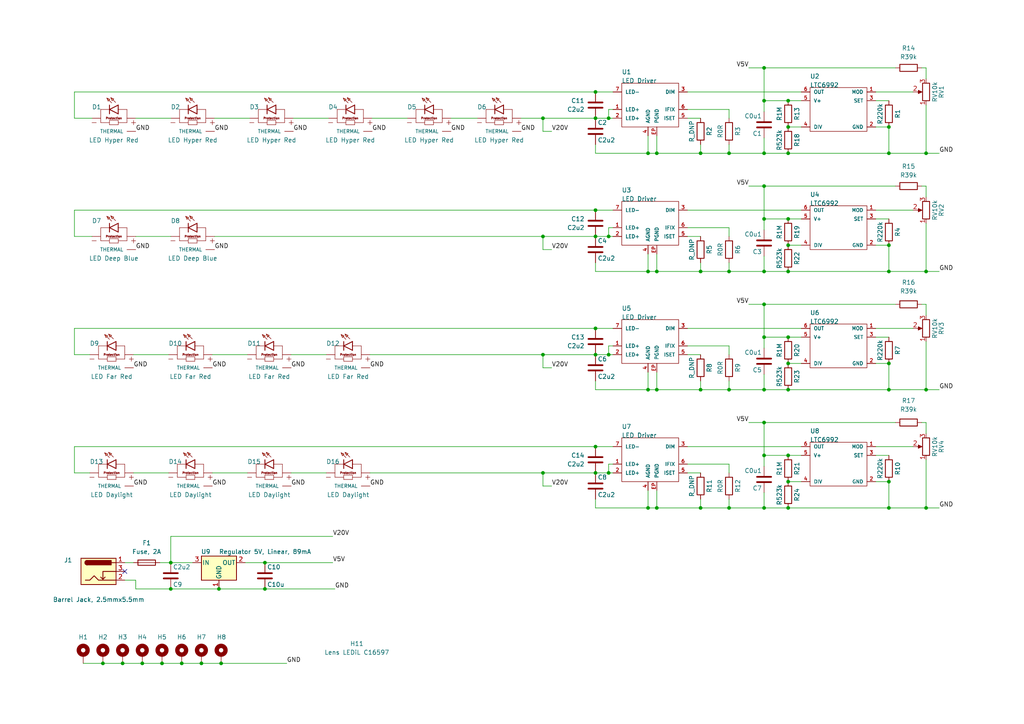
<source format=kicad_sch>
(kicad_sch (version 20211123) (generator eeschema)
  (paper "A4")
  (junction (at 172.72 68.58))
  (junction (at 268.605 78.74))
  (junction (at 228.6 44.45))
  (junction (at 29.845 192.405))
  (junction (at 190.5 147.32))
  (junction (at 268.605 147.32))
  (junction (at 76.835 170.815))
  (junction (at 268.605 44.45))
  (junction (at 221.615 132.08))
  (junction (at 58.42 192.405))
  (junction (at 187.96 78.74))
  (junction (at 257.81 78.74))
  (junction (at 76.835 163.195))
  (junction (at 221.615 147.32))
  (junction (at 211.455 44.45))
  (junction (at 228.6 63.5))
  (junction (at 46.99 192.405))
  (junction (at 41.275 192.405))
  (junction (at 49.53 170.815))
  (junction (at 176.53 68.58))
  (junction (at 35.56 192.405))
  (junction (at 211.455 78.74))
  (junction (at 203.2 147.32))
  (junction (at 172.72 102.87))
  (junction (at 172.72 95.25))
  (junction (at 211.455 147.32))
  (junction (at 203.2 78.74))
  (junction (at 257.81 113.03))
  (junction (at 228.6 132.08))
  (junction (at 221.615 63.5))
  (junction (at 157.48 68.58))
  (junction (at 64.135 192.405))
  (junction (at 257.81 139.7))
  (junction (at 228.6 97.79))
  (junction (at 221.615 44.45))
  (junction (at 63.5 170.815))
  (junction (at 228.6 78.74))
  (junction (at 228.6 36.83))
  (junction (at 176.53 34.29))
  (junction (at 257.81 147.32))
  (junction (at 268.605 113.03))
  (junction (at 228.6 29.21))
  (junction (at 257.81 71.12))
  (junction (at 228.6 71.12))
  (junction (at 228.6 139.7))
  (junction (at 221.615 78.74))
  (junction (at 190.5 113.03))
  (junction (at 176.53 102.87))
  (junction (at 221.615 29.21))
  (junction (at 257.81 105.41))
  (junction (at 221.615 53.975))
  (junction (at 203.2 113.03))
  (junction (at 221.615 88.265))
  (junction (at 221.615 19.685))
  (junction (at 187.96 113.03))
  (junction (at 187.96 147.32))
  (junction (at 228.6 147.32))
  (junction (at 172.72 34.29))
  (junction (at 172.72 60.96))
  (junction (at 176.53 137.16))
  (junction (at 203.2 44.45))
  (junction (at 157.48 137.16))
  (junction (at 190.5 44.45))
  (junction (at 221.615 113.03))
  (junction (at 172.72 129.54))
  (junction (at 211.455 113.03))
  (junction (at 157.48 34.29))
  (junction (at 187.96 44.45))
  (junction (at 49.53 163.195))
  (junction (at 228.6 113.03))
  (junction (at 172.72 137.16))
  (junction (at 52.705 192.405))
  (junction (at 221.615 97.79))
  (junction (at 190.5 78.74))
  (junction (at 257.81 44.45))
  (junction (at 157.48 102.87))
  (junction (at 221.615 122.555))
  (junction (at 228.6 105.41))
  (junction (at 257.81 36.83))
  (junction (at 172.72 26.67))
  (no_connect (at 36.195 165.735))
  (wire (pts (xy 64.135 192.405) (xy 83.185 192.405)))
  (wire (pts (xy 203.2 41.91) (xy 203.2 44.45)))
  (wire (pts (xy 49.53 163.195) (xy 55.88 163.195)))
  (wire (pts (xy 157.48 68.58) (xy 172.72 68.58)))
  (wire (pts (xy 190.5 147.32) (xy 187.96 147.32)))
  (wire (pts (xy 71.12 163.195) (xy 76.835 163.195)))
  (wire (pts (xy 176.53 34.29) (xy 177.8 34.29)))
  (wire (pts (xy 254 129.54) (xy 264.795 129.54)))
  (wire (pts (xy 176.53 34.29) (xy 176.53 31.75)))
  (wire (pts (xy 52.705 192.405) (xy 58.42 192.405)))
  (wire (pts (xy 211.455 78.74) (xy 221.615 78.74)))
  (wire (pts (xy 187.96 73.66) (xy 187.96 78.74)))
  (wire (pts (xy 221.615 108.585) (xy 221.615 113.03)))
  (wire (pts (xy 172.72 26.67) (xy 177.8 26.67)))
  (wire (pts (xy 176.53 68.58) (xy 176.53 66.04)))
  (wire (pts (xy 228.6 97.79) (xy 232.41 97.79)))
  (wire (pts (xy 221.615 135.255) (xy 221.615 132.08)))
  (wire (pts (xy 160.02 72.39) (xy 157.48 72.39)))
  (wire (pts (xy 221.615 97.79) (xy 228.6 97.79)))
  (wire (pts (xy 61.595 102.87) (xy 71.755 102.87)))
  (wire (pts (xy 221.615 88.265) (xy 221.615 97.79)))
  (wire (pts (xy 76.835 163.195) (xy 96.52 163.195)))
  (wire (pts (xy 172.72 68.58) (xy 176.53 68.58)))
  (wire (pts (xy 257.81 44.45) (xy 268.605 44.45)))
  (wire (pts (xy 190.5 73.66) (xy 190.5 78.74)))
  (wire (pts (xy 157.48 137.16) (xy 172.72 137.16)))
  (wire (pts (xy 199.39 31.75) (xy 211.455 31.75)))
  (wire (pts (xy 176.53 100.33) (xy 177.8 100.33)))
  (wire (pts (xy 221.615 40.005) (xy 221.615 44.45)))
  (wire (pts (xy 187.96 113.03) (xy 190.5 113.03)))
  (wire (pts (xy 172.72 144.78) (xy 172.72 147.32)))
  (wire (pts (xy 199.39 137.16) (xy 203.2 137.16)))
  (wire (pts (xy 221.615 147.32) (xy 211.455 147.32)))
  (wire (pts (xy 39.37 170.815) (xy 39.37 168.275)))
  (wire (pts (xy 49.53 170.815) (xy 39.37 170.815)))
  (wire (pts (xy 254 36.83) (xy 257.81 36.83)))
  (wire (pts (xy 221.615 44.45) (xy 228.6 44.45)))
  (wire (pts (xy 172.72 44.45) (xy 187.96 44.45)))
  (wire (pts (xy 157.48 106.68) (xy 157.48 102.87)))
  (wire (pts (xy 221.615 29.21) (xy 228.6 29.21)))
  (wire (pts (xy 259.715 122.555) (xy 221.615 122.555)))
  (wire (pts (xy 268.605 91.44) (xy 268.605 88.265)))
  (wire (pts (xy 176.53 102.87) (xy 177.8 102.87)))
  (wire (pts (xy 211.455 76.2) (xy 211.455 78.74)))
  (wire (pts (xy 61.595 137.16) (xy 71.755 137.16)))
  (wire (pts (xy 199.39 129.54) (xy 232.41 129.54)))
  (wire (pts (xy 203.2 76.2) (xy 203.2 78.74)))
  (wire (pts (xy 228.6 132.08) (xy 232.41 132.08)))
  (wire (pts (xy 176.53 66.04) (xy 177.8 66.04)))
  (wire (pts (xy 157.48 72.39) (xy 157.48 68.58)))
  (wire (pts (xy 268.605 19.685) (xy 268.605 22.86)))
  (wire (pts (xy 268.605 44.45) (xy 272.415 44.45)))
  (wire (pts (xy 21.59 129.54) (xy 172.72 129.54)))
  (wire (pts (xy 190.5 107.95) (xy 190.5 113.03)))
  (wire (pts (xy 199.39 26.67) (xy 232.41 26.67)))
  (wire (pts (xy 26.67 68.58) (xy 21.59 68.58)))
  (wire (pts (xy 217.17 19.685) (xy 221.615 19.685)))
  (wire (pts (xy 257.81 105.41) (xy 257.81 113.03)))
  (wire (pts (xy 221.615 63.5) (xy 221.615 53.975)))
  (wire (pts (xy 41.275 192.405) (xy 46.99 192.405)))
  (wire (pts (xy 254 63.5) (xy 257.81 63.5)))
  (wire (pts (xy 221.615 63.5) (xy 228.6 63.5)))
  (wire (pts (xy 157.48 34.29) (xy 172.72 34.29)))
  (wire (pts (xy 257.81 36.83) (xy 257.81 44.45)))
  (wire (pts (xy 157.48 102.87) (xy 172.72 102.87)))
  (wire (pts (xy 254 97.79) (xy 257.81 97.79)))
  (wire (pts (xy 221.615 132.08) (xy 228.6 132.08)))
  (wire (pts (xy 254 26.67) (xy 264.795 26.67)))
  (wire (pts (xy 21.59 34.29) (xy 21.59 26.67)))
  (wire (pts (xy 221.615 97.79) (xy 221.615 100.965)))
  (wire (pts (xy 268.605 30.48) (xy 268.605 44.45)))
  (wire (pts (xy 228.6 147.32) (xy 257.81 147.32)))
  (wire (pts (xy 268.605 147.32) (xy 268.605 133.35)))
  (wire (pts (xy 268.605 53.975) (xy 268.605 57.15)))
  (wire (pts (xy 35.56 192.405) (xy 41.275 192.405)))
  (wire (pts (xy 46.99 192.405) (xy 52.705 192.405)))
  (wire (pts (xy 36.195 168.275) (xy 39.37 168.275)))
  (wire (pts (xy 85.09 34.29) (xy 95.25 34.29)))
  (wire (pts (xy 217.17 53.975) (xy 221.615 53.975)))
  (wire (pts (xy 254 139.7) (xy 257.81 139.7)))
  (wire (pts (xy 228.6 44.45) (xy 257.81 44.45)))
  (wire (pts (xy 221.615 74.295) (xy 221.615 78.74)))
  (wire (pts (xy 228.6 78.74) (xy 257.81 78.74)))
  (wire (pts (xy 190.5 142.24) (xy 190.5 147.32)))
  (wire (pts (xy 76.835 170.815) (xy 63.5 170.815)))
  (wire (pts (xy 84.455 102.87) (xy 94.615 102.87)))
  (wire (pts (xy 176.53 137.16) (xy 177.8 137.16)))
  (wire (pts (xy 172.72 129.54) (xy 177.8 129.54)))
  (wire (pts (xy 172.72 95.25) (xy 177.8 95.25)))
  (wire (pts (xy 267.335 122.555) (xy 268.605 122.555)))
  (wire (pts (xy 268.605 78.74) (xy 268.605 64.77)))
  (wire (pts (xy 187.96 142.24) (xy 187.96 147.32)))
  (wire (pts (xy 254 29.21) (xy 257.81 29.21)))
  (wire (pts (xy 211.455 144.78) (xy 211.455 147.32)))
  (wire (pts (xy 254 105.41) (xy 257.81 105.41)))
  (wire (pts (xy 268.605 88.265) (xy 267.335 88.265)))
  (wire (pts (xy 190.5 39.37) (xy 190.5 44.45)))
  (wire (pts (xy 203.2 147.32) (xy 190.5 147.32)))
  (wire (pts (xy 257.81 139.7) (xy 257.81 147.32)))
  (wire (pts (xy 172.72 41.91) (xy 172.72 44.45)))
  (wire (pts (xy 221.615 19.685) (xy 259.715 19.685)))
  (wire (pts (xy 21.59 68.58) (xy 21.59 60.96)))
  (wire (pts (xy 107.95 34.29) (xy 118.11 34.29)))
  (wire (pts (xy 29.845 192.405) (xy 35.56 192.405)))
  (wire (pts (xy 130.81 34.29) (xy 138.43 34.29)))
  (wire (pts (xy 203.2 78.74) (xy 211.455 78.74)))
  (wire (pts (xy 221.615 53.975) (xy 259.715 53.975)))
  (wire (pts (xy 190.5 78.74) (xy 203.2 78.74)))
  (wire (pts (xy 177.8 134.62) (xy 176.53 134.62)))
  (wire (pts (xy 176.53 68.58) (xy 177.8 68.58)))
  (wire (pts (xy 21.59 95.25) (xy 172.72 95.25)))
  (wire (pts (xy 221.615 29.21) (xy 221.615 19.685)))
  (wire (pts (xy 160.02 106.68) (xy 157.48 106.68)))
  (wire (pts (xy 268.605 113.03) (xy 268.605 99.06)))
  (wire (pts (xy 257.81 147.32) (xy 268.605 147.32)))
  (wire (pts (xy 221.615 122.555) (xy 221.615 132.08)))
  (wire (pts (xy 21.59 60.96) (xy 172.72 60.96)))
  (wire (pts (xy 199.39 34.29) (xy 203.2 34.29)))
  (wire (pts (xy 257.81 78.74) (xy 268.605 78.74)))
  (wire (pts (xy 76.835 170.815) (xy 97.155 170.815)))
  (wire (pts (xy 199.39 66.04) (xy 211.455 66.04)))
  (wire (pts (xy 199.39 68.58) (xy 203.2 68.58)))
  (wire (pts (xy 39.37 68.58) (xy 49.53 68.58)))
  (wire (pts (xy 187.96 44.45) (xy 190.5 44.45)))
  (wire (pts (xy 228.6 147.32) (xy 221.615 147.32)))
  (wire (pts (xy 187.96 78.74) (xy 190.5 78.74)))
  (wire (pts (xy 203.2 144.78) (xy 203.2 147.32)))
  (wire (pts (xy 190.5 44.45) (xy 203.2 44.45)))
  (wire (pts (xy 228.6 139.7) (xy 232.41 139.7)))
  (wire (pts (xy 221.615 113.03) (xy 228.6 113.03)))
  (wire (pts (xy 176.53 102.87) (xy 176.53 100.33)))
  (wire (pts (xy 228.6 105.41) (xy 232.41 105.41)))
  (wire (pts (xy 257.81 71.12) (xy 257.81 78.74)))
  (wire (pts (xy 62.23 34.29) (xy 72.39 34.29)))
  (wire (pts (xy 254 132.08) (xy 257.81 132.08)))
  (wire (pts (xy 211.455 110.49) (xy 211.455 113.03)))
  (wire (pts (xy 211.455 147.32) (xy 203.2 147.32)))
  (wire (pts (xy 267.335 19.685) (xy 268.605 19.685)))
  (wire (pts (xy 221.615 66.675) (xy 221.615 63.5)))
  (wire (pts (xy 268.605 78.74) (xy 272.415 78.74)))
  (wire (pts (xy 21.59 102.87) (xy 26.035 102.87)))
  (wire (pts (xy 39.37 34.29) (xy 49.53 34.29)))
  (wire (pts (xy 151.13 34.29) (xy 157.48 34.29)))
  (wire (pts (xy 62.23 68.58) (xy 157.48 68.58)))
  (wire (pts (xy 268.605 113.03) (xy 272.415 113.03)))
  (wire (pts (xy 199.39 60.96) (xy 232.41 60.96)))
  (wire (pts (xy 211.455 134.62) (xy 211.455 137.16)))
  (wire (pts (xy 21.59 26.67) (xy 172.72 26.67)))
  (wire (pts (xy 203.2 113.03) (xy 211.455 113.03)))
  (wire (pts (xy 199.39 134.62) (xy 211.455 134.62)))
  (wire (pts (xy 187.96 147.32) (xy 172.72 147.32)))
  (wire (pts (xy 160.02 140.97) (xy 157.48 140.97)))
  (wire (pts (xy 172.72 102.87) (xy 176.53 102.87)))
  (wire (pts (xy 267.335 53.975) (xy 268.605 53.975)))
  (wire (pts (xy 187.96 39.37) (xy 187.96 44.45)))
  (wire (pts (xy 172.72 113.03) (xy 187.96 113.03)))
  (wire (pts (xy 157.48 140.97) (xy 157.48 137.16)))
  (wire (pts (xy 211.455 31.75) (xy 211.455 34.29)))
  (wire (pts (xy 172.72 137.16) (xy 176.53 137.16)))
  (wire (pts (xy 211.455 41.91) (xy 211.455 44.45)))
  (wire (pts (xy 176.53 134.62) (xy 176.53 137.16)))
  (wire (pts (xy 228.6 29.21) (xy 232.41 29.21)))
  (wire (pts (xy 172.72 76.2) (xy 172.72 78.74)))
  (wire (pts (xy 228.6 63.5) (xy 232.41 63.5)))
  (wire (pts (xy 160.02 38.1) (xy 157.48 38.1)))
  (wire (pts (xy 203.2 110.49) (xy 203.2 113.03)))
  (wire (pts (xy 211.455 113.03) (xy 221.615 113.03)))
  (wire (pts (xy 221.615 142.875) (xy 221.615 147.32)))
  (wire (pts (xy 172.72 78.74) (xy 187.96 78.74)))
  (wire (pts (xy 190.5 113.03) (xy 203.2 113.03)))
  (wire (pts (xy 221.615 78.74) (xy 228.6 78.74)))
  (wire (pts (xy 49.53 155.575) (xy 49.53 163.195)))
  (wire (pts (xy 268.605 147.32) (xy 272.415 147.32)))
  (wire (pts (xy 217.17 88.265) (xy 221.615 88.265)))
  (wire (pts (xy 199.39 100.33) (xy 211.455 100.33)))
  (wire (pts (xy 268.605 122.555) (xy 268.605 125.73)))
  (wire (pts (xy 228.6 36.83) (xy 232.41 36.83)))
  (wire (pts (xy 228.6 113.03) (xy 257.81 113.03)))
  (wire (pts (xy 228.6 71.12) (xy 232.41 71.12)))
  (wire (pts (xy 254 95.25) (xy 264.795 95.25)))
  (wire (pts (xy 172.72 60.96) (xy 177.8 60.96)))
  (wire (pts (xy 21.59 95.25) (xy 21.59 102.87)))
  (wire (pts (xy 211.455 44.45) (xy 221.615 44.45)))
  (wire (pts (xy 21.59 137.16) (xy 26.035 137.16)))
  (wire (pts (xy 172.72 34.29) (xy 176.53 34.29)))
  (wire (pts (xy 21.59 137.16) (xy 21.59 129.54)))
  (wire (pts (xy 217.17 122.555) (xy 221.615 122.555)))
  (wire (pts (xy 199.39 102.87) (xy 203.2 102.87)))
  (wire (pts (xy 36.195 163.195) (xy 38.735 163.195)))
  (wire (pts (xy 254 60.96) (xy 264.795 60.96)))
  (wire (pts (xy 96.52 155.575) (xy 49.53 155.575)))
  (wire (pts (xy 187.96 107.95) (xy 187.96 113.03)))
  (wire (pts (xy 38.735 137.16) (xy 48.895 137.16)))
  (wire (pts (xy 38.735 102.87) (xy 48.895 102.87)))
  (wire (pts (xy 211.455 100.33) (xy 211.455 102.87)))
  (wire (pts (xy 254 71.12) (xy 257.81 71.12)))
  (wire (pts (xy 26.67 34.29) (xy 21.59 34.29)))
  (wire (pts (xy 172.72 110.49) (xy 172.72 113.03)))
  (wire (pts (xy 259.715 88.265) (xy 221.615 88.265)))
  (wire (pts (xy 107.315 102.87) (xy 157.48 102.87)))
  (wire (pts (xy 257.81 113.03) (xy 268.605 113.03)))
  (wire (pts (xy 107.315 137.16) (xy 157.48 137.16)))
  (wire (pts (xy 199.39 95.25) (xy 232.41 95.25)))
  (wire (pts (xy 221.615 29.21) (xy 221.615 32.385)))
  (wire (pts (xy 84.455 137.16) (xy 94.615 137.16)))
  (wire (pts (xy 203.2 44.45) (xy 211.455 44.45)))
  (wire (pts (xy 211.455 66.04) (xy 211.455 68.58)))
  (wire (pts (xy 46.355 163.195) (xy 49.53 163.195)))
  (wire (pts (xy 157.48 38.1) (xy 157.48 34.29)))
  (wire (pts (xy 58.42 192.405) (xy 64.135 192.405)))
  (wire (pts (xy 63.5 170.815) (xy 49.53 170.815)))
  (wire (pts (xy 176.53 31.75) (xy 177.8 31.75)))
  (wire (pts (xy 24.13 192.405) (xy 29.845 192.405)))
  (label "GND" (at 83.185 192.405 0))
  (label "GND" (at 130.81 38.1 0))
  (label "GND" (at 107.315 140.97 0))
  (label "GND" (at 62.23 38.1 0))
  (label "V20V" (at 160.02 106.68 0))
  (label "GND" (at 61.595 106.68 0))
  (label "GND" (at 38.735 106.68 0))
  (label "GND" (at 107.315 106.68 0))
  (label "GND" (at 272.415 147.32 0))
  (label "GND" (at 272.415 78.74 0))
  (label "GND" (at 84.455 140.97 0))
  (label "V20V" (at 96.52 155.575 0))
  (label "GND" (at 272.415 113.03 0))
  (label "V5V" (at 217.17 122.555 180))
  (label "GND" (at 62.23 72.39 0))
  (label "V5V" (at 217.17 19.685 180))
  (label "V5V" (at 96.52 163.195 0))
  (label "V20V" (at 160.02 72.39 0))
  (label "GND" (at 151.13 38.1 0))
  (label "GND" (at 38.735 140.97 0))
  (label "GND" (at 97.155 170.815 0))
  (label "GND" (at 39.37 38.1 0))
  (label "GND" (at 39.37 72.39 0))
  (label "V5V" (at 217.17 88.265 180))
  (label "GND" (at 107.95 38.1 0))
  (label "V20V" (at 160.02 140.97 0))
  (label "GND" (at 84.455 106.68 0))
  (label "V5V" (at 217.222 53.975 180))
  (label "V20V" (at 160.02 38.1 0))
  (label "GND" (at 85.09 38.1 0))
  (label "GND" (at 61.595 140.97 0))
  (label "GND" (at 272.415 44.45 0))
  (symbol (lib_id "horticulture_panel:C2u2") (at 172.72 72.39 0) (unit 1)
    (property "Reference" "C4" (at 173.355 69.85 0) (effects (justify left)))
    (property "Value" "C2u2" (at 173.355 74.93 0) (effects (justify left)))
    (property "Footprint" "horticulture_panel:C1210" (effects hide))
    (property "Datasheet" "http://weblib.samsungsem.com/mlcc/mlcc-ec-data-sheet.do?partNumber=CL32B225KCJSNN" (effects hide))
    (property "MPN" "CL32B225KCJSNNE" (effects hide))
    (property "Manufacturer" "Samsung" (effects hide))
  )
  (symbol (lib_name "LED Daylight_2") (lib_id "horticulture_panel:LED Daylight") (at 78.105 137.16 0) (unit 1)
    (property "Reference" "D15" (at 71.755 134.62 0) (effects (justify left bottom)))
    (property "Value" "LED Daylight" (at 78.105 143.51 0))
    (property "Footprint" "horticulture_panel:Wurth Elektronik 3535 LED" (effects hide))
    (property "Datasheet" "https://www.we-online.com/catalog/datasheet/158353050.pdf" (effects hide))
    (property "MPN" "158353050" (effects hide))
    (property "Manufacturer" "Wurth Elektronik" (effects hide))
  )
  (symbol (lib_name "LTC6992_2") (lib_id "horticulture_panel:LTC6992") (at 243.84 100.33 0) (unit 1)
    (property "Reference" "U6" (at 234.95 91.44 0) (effects (justify left bottom)))
    (property "Value" "LTC6992" (at 234.95 93.98 0) (effects (justify left bottom)))
    (property "Footprint" "horticulture_panel:SOT-23-6" (effects hide))
    (property "Datasheet" "https://www.analog.com/media/en/technical-documentation/data-sheets/LTC6992-1-6992-2-6992-3-6992-4.pdf" (effects hide))
    (property "MPN" "LTC6992" (effects hide))
    (property "Manufacturer" "Analog Devices" (effects hide))
  )
  (symbol (lib_name "LED Far Red_3") (lib_id "horticulture_panel:LED Far Red") (at 100.965 102.87 0) (unit 1)
    (property "Reference" "D12" (at 94.615 100.33 0) (effects (justify left bottom)))
    (property "Value" "LED Far Red" (at 100.965 109.22 0))
    (property "Footprint" "horticulture_panel:Wurth Elektronik 3535 LED" (effects hide))
    (property "Datasheet" "https://www.we-online.com/catalog/datasheet/150353FS74500.pdf" (effects hide))
    (property "MPN" "150353FS74500" (effects hide))
    (property "Manufacturer" "Wurth Elektronik" (effects hide))
  )
  (symbol (lib_id "horticulture_panel:Barrel Jack, 2.5mmx5.5mm") (at 28.575 165.735 0) (unit 1)
    (property "Reference" "J1" (at 20.955 163.195 0) (effects (justify right bottom)))
    (property "Value" "Barrel Jack, 2.5mmx5.5mm" (at 41.91 174.625 0) (effects (justify right bottom)))
    (property "Footprint" "horticulture_panel:CUI PJ-036BH" (effects hide))
    (property "Datasheet" "https://www.cuidevices.com/product/resource/pj-036bh-smt-tr.pdf" (effects hide))
    (property "MPN" "PJ-036BH-SMT-TR " (effects hide))
    (property "Manufacturer" "CUI Devices" (effects hide))
  )
  (symbol (lib_id "horticulture_panel:R0R") (at 211.455 140.97 0) (unit 1)
    (property "Reference" "R12" (at 213.995 140.97 90))
    (property "Value" "R0R" (at 208.915 140.97 90))
    (property "Footprint" "horticulture_panel:R0805" (effects hide))
    (property "Datasheet" "https://www.seielect.com/catalog/sei-rmcf_rmcp.pdf" (effects hide))
    (property "MPN" "RMCF0805ZT0R00" (effects hide))
    (property "Manufacturer" "Stackpole Electronics" (effects hide))
  )
  (symbol (lib_id "horticulture_panel:Mounting Hole") (at 24.13 189.865 0) (unit 1)
    (property "Reference" "H1" (at 24.13 184.785 0))
    (property "Value" "Mounting Hole" (effects hide))
    (property "Footprint" "horticulture_panel:Mounting Hole #4" (effects hide))
  )
  (symbol (lib_id "horticulture_panel:R1M") (at 228.6 101.6 0) (unit 1)
    (property "Reference" "R20" (at 231.14 101.6 90))
    (property "Value" "R1M" (at 226.06 101.6 90))
    (property "Footprint" "horticulture_panel:R0805" (effects hide))
    (property "Datasheet" "https://www.seielect.com/catalog/sei-rmcf_rmcp.pdf" (effects hide))
    (property "MPN" "RMCF0805JT1M00" (effects hide))
    (property "Manufacturer" "Stackpole Electronics" (effects hide))
  )
  (symbol (lib_name "LED Hyper Red_5") (lib_id "horticulture_panel:LED Hyper Red") (at 33.02 34.29 0) (unit 1)
    (property "Reference" "D1" (at 26.67 31.75 0) (effects (justify left bottom)))
    (property "Value" "LED Hyper Red" (at 33.02 40.64 0))
    (property "Footprint" "horticulture_panel:Wurth Elektronik 3535 LED" (effects hide))
    (property "Datasheet" "https://www.we-online.com/catalog/datasheet/150353HS74500.pdf" (effects hide))
    (property "MPN" "150353HS74500" (effects hide))
    (property "Manufacturer" "Wurth Elektronik" (effects hide))
  )
  (symbol (lib_id "horticulture_panel:C0u1") (at 221.615 36.195 180) (unit 1)
    (property "Reference" "C1" (at 220.98 38.735 0) (effects (justify left)))
    (property "Value" "C0u1" (at 220.98 33.655 0) (effects (justify left)))
    (property "Footprint" "horticulture_panel:C0805" (effects hide))
    (property "MPN" "CL21B104KBCNNNC" (effects hide))
    (property "Manufacturer" "Samsung" (effects hide))
  )
  (symbol (lib_id "horticulture_panel:Mounting Hole") (at 41.275 189.865 0) (unit 1)
    (property "Reference" "H4" (at 41.275 184.785 0))
    (property "Value" "Mounting Hole" (effects hide))
    (property "Footprint" "horticulture_panel:Mounting Hole #4" (effects hide))
  )
  (symbol (lib_id "horticulture_panel:Mounting Hole") (at 29.845 189.865 0) (unit 1)
    (property "Reference" "H2" (at 29.845 184.785 0))
    (property "Value" "Mounting Hole" (effects hide))
    (property "Footprint" "horticulture_panel:Mounting Hole #4" (effects hide))
  )
  (symbol (lib_id "horticulture_panel:LED Hyper Red") (at 55.88 34.29 0) (unit 1)
    (property "Reference" "D2" (at 49.53 31.75 0) (effects (justify left bottom)))
    (property "Value" "LED Hyper Red" (at 55.88 40.64 0))
    (property "Footprint" "horticulture_panel:Wurth Elektronik 3535 LED" (effects hide))
    (property "Datasheet" "https://www.we-online.com/catalog/datasheet/150353HS74500.pdf" (effects hide))
    (property "MPN" "150353HS74500" (effects hide))
    (property "Manufacturer" "Wurth Elektronik" (effects hide))
  )
  (symbol (lib_id "horticulture_panel:R39k") (at 263.525 19.685 270) (unit 1)
    (property "Reference" "R14" (at 263.525 13.97 90))
    (property "Value" "R39k" (at 263.525 16.51 90))
    (property "Footprint" "horticulture_panel:R0805" (effects hide))
    (property "Datasheet" "https://www.seielect.com/catalog/sei-rmcf_rmcp.pdf" (effects hide))
    (property "MPN" "RMCF0805JT39K0" (effects hide))
    (property "Manufacturer" "Stackpole Electronics" (effects hide))
  )
  (symbol (lib_id "horticulture_panel:R1M") (at 228.6 135.89 0) (unit 1)
    (property "Reference" "R21" (at 231.14 135.89 90))
    (property "Value" "R1M" (at 226.06 135.89 90))
    (property "Footprint" "horticulture_panel:R0805" (effects hide))
    (property "Datasheet" "https://www.seielect.com/catalog/sei-rmcf_rmcp.pdf" (effects hide))
    (property "MPN" "RMCF0805JT1M00" (effects hide))
    (property "Manufacturer" "Stackpole Electronics" (effects hide))
  )
  (symbol (lib_id "horticulture_panel:R_DNP") (at 203.2 140.97 0) (unit 1)
    (property "Reference" "R11" (at 205.74 140.97 90))
    (property "Value" "R_DNP" (at 200.66 140.97 90))
    (property "Footprint" "horticulture_panel:DNP_0805" (effects hide))
  )
  (symbol (lib_id "horticulture_panel:R_DNP") (at 203.2 106.68 0) (unit 1)
    (property "Reference" "R8" (at 205.74 106.68 90))
    (property "Value" "R_DNP" (at 200.66 106.68 90))
    (property "Footprint" "horticulture_panel:DNP_0805" (effects hide))
  )
  (symbol (lib_id "horticulture_panel:Mounting Hole") (at 52.705 189.865 0) (unit 1)
    (property "Reference" "H6" (at 52.705 184.785 0))
    (property "Value" "Mounting Hole" (effects hide))
    (property "Footprint" "horticulture_panel:Mounting Hole #4" (effects hide))
  )
  (symbol (lib_id "horticulture_panel:R_DNP") (at 203.2 38.1 0) (unit 1)
    (property "Reference" "R2" (at 205.74 38.1 90))
    (property "Value" "R_DNP" (at 200.66 38.1 90))
    (property "Footprint" "horticulture_panel:DNP_0805" (effects hide))
  )
  (symbol (lib_name "LED Hyper Red_2") (lib_id "horticulture_panel:LED Hyper Red") (at 144.78 34.29 0) (unit 1)
    (property "Reference" "D6" (at 138.43 31.75 0) (effects (justify left bottom)))
    (property "Value" "LED Hyper Red" (at 144.78 40.64 0))
    (property "Footprint" "horticulture_panel:Wurth Elektronik 3535 LED" (effects hide))
    (property "Datasheet" "https://www.we-online.com/catalog/datasheet/150353HS74500.pdf" (effects hide))
    (property "MPN" "150353HS74500" (effects hide))
    (property "Manufacturer" "Wurth Elektronik" (effects hide))
  )
  (symbol (lib_id "horticulture_panel:RV10k") (at 268.605 95.25 180) (unit 1)
    (property "Reference" "RV3" (at 273.05 95.25 90))
    (property "Value" "RV10k" (at 271.145 95.25 90))
    (property "Footprint" "horticulture_panel:PSM050S-10" (effects hide))
    (property "Datasheet" "https://www.ttelectronics.com/TTElectronics/media/ProductFiles/Datasheets/PSM.pdf" (effects hide))
    (property "MPN" "PSM050S-10B10KB" (effects hide))
    (property "Manufacturer" "TT Electronics" (effects hide))
  )
  (symbol (lib_id "horticulture_panel:R523k") (at 228.6 40.64 0) (unit 1)
    (property "Reference" "R18" (at 231.14 40.64 90))
    (property "Value" "R523k" (at 226.06 40.64 90))
    (property "Footprint" "horticulture_panel:R0805" (effects hide))
    (property "Datasheet" "https://www.seielect.com/catalog/sei-rmcf_rmcp.pdf" (effects hide))
    (property "MPN" "RMCF0805FT523K" (effects hide))
    (property "Manufacturer" "Stackpole Electronics" (effects hide))
  )
  (symbol (lib_id "horticulture_panel:R220k") (at 257.81 101.6 0) (unit 1)
    (property "Reference" "R7" (at 260.35 101.6 90))
    (property "Value" "R220k" (at 255.27 101.6 90))
    (property "Footprint" "horticulture_panel:R0805" (effects hide))
    (property "Datasheet" "https://www.seielect.com/catalog/sei-rmcf_rmcp.pdf" (effects hide))
    (property "MPN" "RMCF0805JT220K" (effects hide))
    (property "Manufacturer" "Stackpole Electronics" (effects hide))
  )
  (symbol (lib_id "horticulture_panel:R523k") (at 228.6 109.22 0) (unit 1)
    (property "Reference" "R23" (at 231.14 109.22 90))
    (property "Value" "R523k" (at 226.06 109.22 90))
    (property "Footprint" "horticulture_panel:R0805" (effects hide))
    (property "Datasheet" "https://www.seielect.com/catalog/sei-rmcf_rmcp.pdf" (effects hide))
    (property "MPN" "RMCF0805FT523K" (effects hide))
    (property "Manufacturer" "Stackpole Electronics" (effects hide))
  )
  (symbol (lib_id "horticulture_panel:LED Driver") (at 189.23 64.77 0) (unit 1)
    (property "Reference" "U3" (at 180.34 55.88 0) (effects (justify left bottom)))
    (property "Value" "LED Driver" (at 180.34 58.42 0) (effects (justify left bottom)))
    (property "Footprint" "horticulture_panel:Wurth Elektronik LED Driver TO-263-7" (effects hide))
    (property "Datasheet" "https://www.we-online.com/catalog/datasheet/172946001.pdf" (effects hide))
    (property "MPN" "172946001" (effects hide))
    (property "Manufacturer" "Wurth Elektronik" (effects hide))
  )
  (symbol (lib_id "horticulture_panel:R220k") (at 257.81 67.31 0) (unit 1)
    (property "Reference" "R4" (at 260.35 67.31 90))
    (property "Value" "R220k" (at 255.27 67.31 90))
    (property "Footprint" "horticulture_panel:R0805" (effects hide))
    (property "Datasheet" "https://www.seielect.com/catalog/sei-rmcf_rmcp.pdf" (effects hide))
    (property "MPN" "RMCF0805JT220K" (effects hide))
    (property "Manufacturer" "Stackpole Electronics" (effects hide))
  )
  (symbol (lib_id "horticulture_panel:LTC6992") (at 243.84 66.04 0) (unit 1)
    (property "Reference" "U4" (at 234.95 57.15 0) (effects (justify left bottom)))
    (property "Value" "LTC6992" (at 234.95 59.69 0) (effects (justify left bottom)))
    (property "Footprint" "horticulture_panel:SOT-23-6" (effects hide))
    (property "Datasheet" "https://www.analog.com/media/en/technical-documentation/data-sheets/LTC6992-1-6992-2-6992-3-6992-4.pdf" (effects hide))
    (property "MPN" "LTC6992" (effects hide))
    (property "Manufacturer" "Analog Devices" (effects hide))
  )
  (symbol (lib_id "horticulture_panel:R523k") (at 228.6 143.51 0) (unit 1)
    (property "Reference" "R24" (at 231.14 143.51 90))
    (property "Value" "R523k" (at 226.06 143.51 90))
    (property "Footprint" "horticulture_panel:R0805" (effects hide))
    (property "Datasheet" "https://www.seielect.com/catalog/sei-rmcf_rmcp.pdf" (effects hide))
    (property "MPN" "RMCF0805FT523K" (effects hide))
    (property "Manufacturer" "Stackpole Electronics" (effects hide))
  )
  (symbol (lib_name "LED Far Red_1") (lib_id "horticulture_panel:LED Far Red") (at 55.245 102.87 0) (unit 1)
    (property "Reference" "D10" (at 48.895 100.33 0) (effects (justify left bottom)))
    (property "Value" "LED Far Red" (at 55.245 109.22 0))
    (property "Footprint" "horticulture_panel:Wurth Elektronik 3535 LED" (effects hide))
    (property "Datasheet" "https://www.we-online.com/catalog/datasheet/150353FS74500.pdf" (effects hide))
    (property "MPN" "150353FS74500" (effects hide))
    (property "Manufacturer" "Wurth Elektronik" (effects hide))
  )
  (symbol (lib_id "horticulture_panel:Mounting Hole") (at 46.99 189.865 0) (unit 1)
    (property "Reference" "H5" (at 46.99 184.785 0))
    (property "Value" "Mounting Hole" (effects hide))
    (property "Footprint" "horticulture_panel:Mounting Hole #4" (effects hide))
  )
  (symbol (lib_id "horticulture_panel:LED Far Red") (at 32.385 102.87 0) (unit 1)
    (property "Reference" "D9" (at 26.035 100.33 0) (effects (justify left bottom)))
    (property "Value" "LED Far Red" (at 32.385 109.22 0))
    (property "Footprint" "horticulture_panel:Wurth Elektronik 3535 LED" (effects hide))
    (property "Datasheet" "https://www.we-online.com/catalog/datasheet/150353FS74500.pdf" (effects hide))
    (property "MPN" "150353FS74500" (effects hide))
    (property "Manufacturer" "Wurth Elektronik" (effects hide))
  )
  (symbol (lib_id "horticulture_panel:R0R") (at 211.455 72.39 0) (unit 1)
    (property "Reference" "R6" (at 213.995 72.39 90))
    (property "Value" "R0R" (at 208.915 72.39 90))
    (property "Footprint" "horticulture_panel:R0805" (effects hide))
    (property "Datasheet" "https://www.seielect.com/catalog/sei-rmcf_rmcp.pdf" (effects hide))
    (property "MPN" "RMCF0805ZT0R00" (effects hide))
    (property "Manufacturer" "Stackpole Electronics" (effects hide))
  )
  (symbol (lib_id "horticulture_panel:R523k") (at 228.6 74.93 0) (unit 1)
    (property "Reference" "R22" (at 231.14 74.93 90))
    (property "Value" "R523k" (at 226.06 74.93 90))
    (property "Footprint" "horticulture_panel:R0805" (effects hide))
    (property "Datasheet" "https://www.seielect.com/catalog/sei-rmcf_rmcp.pdf" (effects hide))
    (property "MPN" "RMCF0805FT523K" (effects hide))
    (property "Manufacturer" "Stackpole Electronics" (effects hide))
  )
  (symbol (lib_id "horticulture_panel:Mounting Hole") (at 64.135 189.865 0) (unit 1)
    (property "Reference" "H8" (at 62.865 184.785 0) (effects (justify left)))
    (property "Value" "Mounting Hole" (effects hide))
    (property "Footprint" "horticulture_panel:Mounting Hole #4" (effects hide))
  )
  (symbol (lib_name "LED Hyper Red_3") (lib_id "horticulture_panel:LED Hyper Red") (at 101.6 34.29 0) (unit 1)
    (property "Reference" "D4" (at 95.25 31.75 0) (effects (justify left bottom)))
    (property "Value" "LED Hyper Red" (at 101.6 40.64 0))
    (property "Footprint" "horticulture_panel:Wurth Elektronik 3535 LED" (effects hide))
    (property "Datasheet" "https://www.we-online.com/catalog/datasheet/150353HS74500.pdf" (effects hide))
    (property "MPN" "150353HS74500" (effects hide))
    (property "Manufacturer" "Wurth Elektronik" (effects hide))
  )
  (symbol (lib_id "horticulture_panel:R220k") (at 257.81 33.02 0) (unit 1)
    (property "Reference" "R1" (at 260.35 33.02 90))
    (property "Value" "R220k" (at 255.27 33.02 90))
    (property "Footprint" "horticulture_panel:R0805" (effects hide))
    (property "Datasheet" "https://www.seielect.com/catalog/sei-rmcf_rmcp.pdf" (effects hide))
    (property "MPN" "RMCF0805JT220K" (effects hide))
    (property "Manufacturer" "Stackpole Electronics" (effects hide))
  )
  (symbol (lib_id "horticulture_panel:LED Daylight") (at 32.385 137.16 0) (unit 1)
    (property "Reference" "D13" (at 26.035 134.62 0) (effects (justify left bottom)))
    (property "Value" "LED Daylight" (at 32.385 143.51 0))
    (property "Footprint" "horticulture_panel:Wurth Elektronik 3535 LED" (effects hide))
    (property "Datasheet" "https://www.we-online.com/catalog/datasheet/158353050.pdf" (effects hide))
    (property "MPN" "158353050" (effects hide))
    (property "Manufacturer" "Wurth Elektronik" (effects hide))
  )
  (symbol (lib_id "horticulture_panel:R1M") (at 228.6 67.31 0) (unit 1)
    (property "Reference" "R19" (at 231.14 67.31 90))
    (property "Value" "R1M" (at 226.06 67.31 90))
    (property "Footprint" "horticulture_panel:R0805" (effects hide))
    (property "Datasheet" "https://www.seielect.com/catalog/sei-rmcf_rmcp.pdf" (effects hide))
    (property "MPN" "RMCF0805JT1M00" (effects hide))
    (property "Manufacturer" "Stackpole Electronics" (effects hide))
  )
  (symbol (lib_id "horticulture_panel:R0R") (at 211.455 106.68 0) (unit 1)
    (property "Reference" "R9" (at 213.995 106.68 90))
    (property "Value" "R0R" (at 208.915 106.68 90))
    (property "Footprint" "horticulture_panel:R0805" (effects hide))
    (property "Datasheet" "https://www.seielect.com/catalog/sei-rmcf_rmcp.pdf" (effects hide))
    (property "MPN" "RMCF0805ZT0R00" (effects hide))
    (property "Manufacturer" "Stackpole Electronics" (effects hide))
  )
  (symbol (lib_id "horticulture_panel:R39k") (at 263.525 88.265 270) (unit 1)
    (property "Reference" "R16" (at 263.525 81.915 90))
    (property "Value" "R39k" (at 263.525 84.455 90))
    (property "Footprint" "horticulture_panel:R0805" (effects hide))
    (property "Datasheet" "https://www.seielect.com/catalog/sei-rmcf_rmcp.pdf" (effects hide))
    (property "MPN" "RMCF0805JT39K0" (effects hide))
    (property "Manufacturer" "Stackpole Electronics" (effects hide))
  )
  (symbol (lib_id "horticulture_panel:Lens LEDiL C16597") (at 103.505 186.69 0) (unit 1)
    (property "Reference" "H11" (at 103.505 186.69 0))
    (property "Value" "Lens LEDiL C16597" (at 103.505 189.23 0))
    (property "Footprint" "horticulture_panel:LEDiL C16597" (effects hide))
    (property "Datasheet" "https://www.ledil.com/data/prod/Stradella/16597/16597-ds.pdf" (effects hide))
    (property "MPN" "C16597" (effects hide))
    (property "Manufacturer" "LEDil" (effects hide))
  )
  (symbol (lib_name "LED Hyper Red_4") (lib_id "horticulture_panel:LED Hyper Red") (at 124.46 34.29 0) (unit 1)
    (property "Reference" "D5" (at 118.11 31.75 0) (effects (justify left bottom)))
    (property "Value" "LED Hyper Red" (at 124.46 40.64 0))
    (property "Footprint" "horticulture_panel:Wurth Elektronik 3535 LED" (effects hide))
    (property "Datasheet" "https://www.we-online.com/catalog/datasheet/150353HS74500.pdf" (effects hide))
    (property "MPN" "150353HS74500" (effects hide))
    (property "Manufacturer" "Wurth Elektronik" (effects hide))
  )
  (symbol (lib_id "horticulture_panel:C10u") (at 76.835 167.005 0) (unit 1)
    (property "Reference" "C10" (at 77.47 164.465 0) (effects (justify left)))
    (property "Value" "C10u" (at 77.47 169.545 0) (effects (justify left)))
    (property "Footprint" "horticulture_panel:C0805" (effects hide))
    (property "MPN" "CL21B106KPQNNNE" (effects hide))
    (property "Manufacturer" "Samsung" (effects hide))
  )
  (symbol (lib_name "LTC6992_1") (lib_id "horticulture_panel:LTC6992") (at 243.84 134.62 0) (unit 1)
    (property "Reference" "U8" (at 234.95 125.73 0) (effects (justify left bottom)))
    (property "Value" "LTC6992" (at 234.95 128.27 0) (effects (justify left bottom)))
    (property "Footprint" "horticulture_panel:SOT-23-6" (effects hide))
    (property "Datasheet" "https://www.analog.com/media/en/technical-documentation/data-sheets/LTC6992-1-6992-2-6992-3-6992-4.pdf" (effects hide))
    (property "MPN" "LTC6992" (effects hide))
    (property "Manufacturer" "Analog Devices" (effects hide))
  )
  (symbol (lib_name "LED Deep Blue_1") (lib_id "horticulture_panel:LED Deep Blue") (at 55.88 68.58 0) (unit 1)
    (property "Reference" "D8" (at 49.53 64.77 0) (effects (justify left bottom)))
    (property "Value" "LED Deep Blue" (at 55.88 74.93 0))
    (property "Footprint" "horticulture_panel:Wurth Elektronik 3535 LED" (effects hide))
    (property "Datasheet" "https://www.we-online.com/catalog/datasheet/150353DS74500.pdf" (effects hide))
    (property "MPN" "150353DS74500" (effects hide))
    (property "Manufacturer" "Wurth Elektronik" (effects hide))
  )
  (symbol (lib_id "horticulture_panel:C0u1") (at 221.615 104.775 180) (unit 1)
    (property "Reference" "C5" (at 220.98 107.315 0) (effects (justify left)))
    (property "Value" "C0u1" (at 220.98 102.235 0) (effects (justify left)))
    (property "Footprint" "horticulture_panel:C0805" (effects hide))
    (property "MPN" "CL21B104KBCNNNC" (effects hide))
    (property "Manufacturer" "Samsung" (effects hide))
  )
  (symbol (lib_id "horticulture_panel:LED Driver") (at 189.23 30.48 0) (unit 1)
    (property "Reference" "U1" (at 180.34 21.59 0) (effects (justify left bottom)))
    (property "Value" "LED Driver" (at 180.34 24.13 0) (effects (justify left bottom)))
    (property "Footprint" "horticulture_panel:Wurth Elektronik LED Driver TO-263-7" (effects hide))
    (property "Datasheet" "https://www.we-online.com/catalog/datasheet/172946001.pdf" (effects hide))
    (property "MPN" "172946001" (effects hide))
    (property "Manufacturer" "Wurth Elektronik" (effects hide))
  )
  (symbol (lib_id "horticulture_panel:R220k") (at 257.81 135.89 0) (unit 1)
    (property "Reference" "R10" (at 260.35 135.89 90))
    (property "Value" "R220k" (at 255.27 135.89 90))
    (property "Footprint" "horticulture_panel:R0805" (effects hide))
    (property "Datasheet" "https://www.seielect.com/catalog/sei-rmcf_rmcp.pdf" (effects hide))
    (property "MPN" "RMCF0805JT220K" (effects hide))
    (property "Manufacturer" "Stackpole Electronics" (effects hide))
  )
  (symbol (lib_name "LTC6992_3") (lib_id "horticulture_panel:LTC6992") (at 243.84 31.75 0) (unit 1)
    (property "Reference" "U2" (at 234.95 22.86 0) (effects (justify left bottom)))
    (property "Value" "LTC6992" (at 234.95 25.4 0) (effects (justify left bottom)))
    (property "Footprint" "horticulture_panel:SOT-23-6" (effects hide))
    (property "Datasheet" "https://www.analog.com/media/en/technical-documentation/data-sheets/LTC6992-1-6992-2-6992-3-6992-4.pdf" (effects hide))
    (property "MPN" "LTC6992" (effects hide))
    (property "Manufacturer" "Analog Devices" (effects hide))
  )
  (symbol (lib_id "horticulture_panel:Fuse, 2A") (at 42.545 163.195 90) (unit 1)
    (property "Reference" "F1" (at 42.545 157.48 90))
    (property "Value" "Fuse, 2A" (at 42.545 160.02 90))
    (property "Footprint" "horticulture_panel:Littelfuse 154" (effects hide))
    (property "Datasheet" "https://www.littelfuse.com/~/media/electronics/datasheets/fuses/littelfuse_fuse_154_154t_154l_154tl_datasheet.pdf.pdf" (effects hide))
    (property "MPN" "0154002.DR" (effects hide))
    (property "Manufacturer" "Littelfuse, Inc." (effects hide))
  )
  (symbol (lib_name "LED Far Red_2") (lib_id "horticulture_panel:LED Far Red") (at 78.105 102.87 0) (unit 1)
    (property "Reference" "D11" (at 71.755 100.33 0) (effects (justify left bottom)))
    (property "Value" "LED Far Red" (at 78.105 109.22 0))
    (property "Footprint" "horticulture_panel:Wurth Elektronik 3535 LED" (effects hide))
    (property "Datasheet" "https://www.we-online.com/catalog/datasheet/150353FS74500.pdf" (effects hide))
    (property "MPN" "150353FS74500" (effects hide))
    (property "Manufacturer" "Wurth Elektronik" (effects hide))
  )
  (symbol (lib_id "horticulture_panel:LED Deep Blue") (at 33.02 68.58 0) (unit 1)
    (property "Reference" "D7" (at 26.67 64.77 0) (effects (justify left bottom)))
    (property "Value" "LED Deep Blue" (at 33.02 74.93 0))
    (property "Footprint" "horticulture_panel:Wurth Elektronik 3535 LED" (effects hide))
    (property "Datasheet" "https://www.we-online.com/catalog/datasheet/150353DS74500.pdf" (effects hide))
    (property "MPN" "150353DS74500" (effects hide))
    (property "Manufacturer" "Wurth Elektronik" (effects hide))
  )
  (symbol (lib_id "horticulture_panel:C2u2") (at 172.72 64.77 0) (mirror x) (unit 1)
    (property "Reference" "C12" (at 169.545 63.4999 0) (effects (justify right)))
    (property "Value" "C2u2" (at 169.545 66.0399 0) (effects (justify right)))
    (property "Footprint" "horticulture_panel:C1210" (effects hide))
    (property "Datasheet" "http://weblib.samsungsem.com/mlcc/mlcc-ec-data-sheet.do?partNumber=CL32B225KCJSNN" (effects hide))
    (property "MPN" "CL32B225KCJSNNE" (effects hide))
    (property "Manufacturer" "Samsung" (effects hide))
  )
  (symbol (lib_id "horticulture_panel:C2u2") (at 172.72 30.48 0) (mirror x) (unit 1)
    (property "Reference" "C11" (at 169.545 29.2099 0) (effects (justify right)))
    (property "Value" "C2u2" (at 169.545 31.7499 0) (effects (justify right)))
    (property "Footprint" "horticulture_panel:C1210" (effects hide))
    (property "Datasheet" "http://weblib.samsungsem.com/mlcc/mlcc-ec-data-sheet.do?partNumber=CL32B225KCJSNN" (effects hide))
    (property "MPN" "CL32B225KCJSNNE" (effects hide))
    (property "Manufacturer" "Samsung" (effects hide))
  )
  (symbol (lib_id "horticulture_panel:C2u2") (at 172.72 106.68 0) (unit 1)
    (property "Reference" "C6" (at 173.355 104.14 0) (effects (justify left)))
    (property "Value" "C2u2" (at 173.355 109.22 0) (effects (justify left)))
    (property "Footprint" "horticulture_panel:C1210" (effects hide))
    (property "Datasheet" "http://weblib.samsungsem.com/mlcc/mlcc-ec-data-sheet.do?partNumber=CL32B225KCJSNN" (effects hide))
    (property "MPN" "CL32B225KCJSNNE" (effects hide))
    (property "Manufacturer" "Samsung" (effects hide))
  )
  (symbol (lib_name "LED Daylight_1") (lib_id "horticulture_panel:LED Daylight") (at 55.245 137.16 0) (unit 1)
    (property "Reference" "D14" (at 48.895 134.62 0) (effects (justify left bottom)))
    (property "Value" "LED Daylight" (at 55.245 143.51 0))
    (property "Footprint" "horticulture_panel:Wurth Elektronik 3535 LED" (effects hide))
    (property "Datasheet" "https://www.we-online.com/catalog/datasheet/158353050.pdf" (effects hide))
    (property "MPN" "158353050" (effects hide))
    (property "Manufacturer" "Wurth Elektronik" (effects hide))
  )
  (symbol (lib_id "horticulture_panel:C2u2") (at 49.53 167.005 0) (mirror x) (unit 1)
    (property "Reference" "C9" (at 50.165 169.545 0) (effects (justify left)))
    (property "Value" "C2u2" (at 50.165 164.465 0) (effects (justify left)))
    (property "Footprint" "horticulture_panel:C1210" (effects hide))
    (property "Datasheet" "http://weblib.samsungsem.com/mlcc/mlcc-ec-data-sheet.do?partNumber=CL32B225KCJSNN" (effects hide))
    (property "MPN" "CL32B225KCJSNNE" (effects hide))
    (property "Manufacturer" "Samsung" (effects hide))
  )
  (symbol (lib_id "horticulture_panel:R39k") (at 263.525 122.555 270) (unit 1)
    (property "Reference" "R17" (at 263.525 116.205 90))
    (property "Value" "R39k" (at 263.525 118.745 90))
    (property "Footprint" "horticulture_panel:R0805" (effects hide))
    (property "Datasheet" "https://www.seielect.com/catalog/sei-rmcf_rmcp.pdf" (effects hide))
    (property "MPN" "RMCF0805JT39K0" (effects hide))
    (property "Manufacturer" "Stackpole Electronics" (effects hide))
  )
  (symbol (lib_id "horticulture_panel:C2u2") (at 172.72 140.97 0) (unit 1)
    (property "Reference" "C8" (at 173.355 138.43 0) (effects (justify left)))
    (property "Value" "C2u2" (at 173.355 143.51 0) (effects (justify left)))
    (property "Footprint" "horticulture_panel:C1210" (effects hide))
    (property "Datasheet" "http://weblib.samsungsem.com/mlcc/mlcc-ec-data-sheet.do?partNumber=CL32B225KCJSNN" (effects hide))
    (property "MPN" "CL32B225KCJSNNE" (effects hide))
    (property "Manufacturer" "Samsung" (effects hide))
  )
  (symbol (lib_id "horticulture_panel:R39k") (at 263.525 53.975 270) (mirror x) (unit 1)
    (property "Reference" "R15" (at 263.525 48.26 90))
    (property "Value" "R39k" (at 263.525 50.8 90))
    (property "Footprint" "horticulture_panel:R0805" (effects hide))
    (property "Datasheet" "https://www.seielect.com/catalog/sei-rmcf_rmcp.pdf" (effects hide))
    (property "MPN" "RMCF0805JT39K0" (effects hide))
    (property "Manufacturer" "Stackpole Electronics" (effects hide))
  )
  (symbol (lib_id "horticulture_panel:R1M") (at 228.6 33.02 0) (unit 1)
    (property "Reference" "R13" (at 231.14 33.02 90))
    (property "Value" "R1M" (at 226.06 33.02 90))
    (property "Footprint" "horticulture_panel:R0805" (effects hide))
    (property "Datasheet" "https://www.seielect.com/catalog/sei-rmcf_rmcp.pdf" (effects hide))
    (property "MPN" "RMCF0805JT1M00" (effects hide))
    (property "Manufacturer" "Stackpole Electronics" (effects hide))
  )
  (symbol (lib_id "horticulture_panel:C2u2") (at 172.72 99.06 0) (mirror x) (unit 1)
    (property "Reference" "C13" (at 169.545 97.7899 0) (effects (justify right)))
    (property "Value" "C2u2" (at 169.545 100.3299 0) (effects (justify right)))
    (property "Footprint" "horticulture_panel:C1210" (effects hide))
    (property "Datasheet" "http://weblib.samsungsem.com/mlcc/mlcc-ec-data-sheet.do?partNumber=CL32B225KCJSNN" (effects hide))
    (property "MPN" "CL32B225KCJSNNE" (effects hide))
    (property "Manufacturer" "Samsung" (effects hide))
  )
  (symbol (lib_id "horticulture_panel:C2u2") (at 172.72 38.1 0) (unit 1)
    (property "Reference" "C2" (at 173.355 35.56 0) (effects (justify left)))
    (property "Value" "C2u2" (at 173.355 40.64 0) (effects (justify left)))
    (property "Footprint" "horticulture_panel:C1210" (effects hide))
    (property "Datasheet" "http://weblib.samsungsem.com/mlcc/mlcc-ec-data-sheet.do?partNumber=CL32B225KCJSNN" (effects hide))
    (property "MPN" "CL32B225KCJSNNE" (effects hide))
    (property "Manufacturer" "Samsung" (effects hide))
  )
  (symbol (lib_id "horticulture_panel:RV10k") (at 268.605 60.96 180) (unit 1)
    (property "Reference" "RV2" (at 273.05 60.96 90))
    (property "Value" "RV10k" (at 271.145 60.96 90))
    (property "Footprint" "horticulture_panel:PSM050S-10" (effects hide))
    (property "Datasheet" "https://www.ttelectronics.com/TTElectronics/media/ProductFiles/Datasheets/PSM.pdf" (effects hide))
    (property "MPN" "PSM050S-10B10KB" (effects hide))
    (property "Manufacturer" "TT Electronics" (effects hide))
  )
  (symbol (lib_name "LED Hyper Red_1") (lib_id "horticulture_panel:LED Hyper Red") (at 78.74 34.29 0) (unit 1)
    (property "Reference" "D3" (at 72.39 31.75 0) (effects (justify left bottom)))
    (property "Value" "LED Hyper Red" (at 78.74 40.64 0))
    (property "Footprint" "horticulture_panel:Wurth Elektronik 3535 LED" (effects hide))
    (property "Datasheet" "https://www.we-online.com/catalog/datasheet/150353HS74500.pdf" (effects hide))
    (property "MPN" "150353HS74500" (effects hide))
    (property "Manufacturer" "Wurth Elektronik" (effects hide))
  )
  (symbol (lib_id "horticulture_panel:R_DNP") (at 203.2 72.39 0) (unit 1)
    (property "Reference" "R5" (at 205.74 72.39 90))
    (property "Value" "R_DNP" (at 200.66 72.39 90))
    (property "Footprint" "horticulture_panel:DNP_0805" (effects hide))
  )
  (symbol (lib_name "LED Daylight_3") (lib_id "horticulture_panel:LED Daylight") (at 100.965 137.16 0) (unit 1)
    (property "Reference" "D16" (at 94.615 134.62 0) (effects (justify left bottom)))
    (property "Value" "LED Daylight" (at 100.965 143.51 0))
    (property "Footprint" "horticulture_panel:Wurth Elektronik 3535 LED" (effects hide))
    (property "Datasheet" "https://www.we-online.com/catalog/datasheet/158353050.pdf" (effects hide))
    (property "MPN" "158353050" (effects hide))
    (property "Manufacturer" "Wurth Elektronik" (effects hide))
  )
  (symbol (lib_id "horticulture_panel:C2u2") (at 172.72 133.35 0) (mirror x) (unit 1)
    (property "Reference" "C14" (at 169.545 132.0799 0) (effects (justify right)))
    (property "Value" "C2u2" (at 169.545 134.6199 0) (effects (justify right)))
    (property "Footprint" "horticulture_panel:C1210" (effects hide))
    (property "Datasheet" "http://weblib.samsungsem.com/mlcc/mlcc-ec-data-sheet.do?partNumber=CL32B225KCJSNN" (effects hide))
    (property "MPN" "CL32B225KCJSNNE" (effects hide))
    (property "Manufacturer" "Samsung" (effects hide))
  )
  (symbol (lib_id "horticulture_panel:RV10k") (at 268.605 129.54 180) (unit 1)
    (property "Reference" "RV4" (at 273.05 129.54 90))
    (property "Value" "RV10k" (at 271.145 129.54 90))
    (property "Footprint" "horticulture_panel:PSM050S-10" (effects hide))
    (property "Datasheet" "https://www.ttelectronics.com/TTElectronics/media/ProductFiles/Datasheets/PSM.pdf" (effects hide))
    (property "MPN" "PSM050S-10B10KB" (effects hide))
    (property "Manufacturer" "TT Electronics" (effects hide))
  )
  (symbol (lib_id "horticulture_panel:Mounting Hole") (at 35.56 189.865 0) (unit 1)
    (property "Reference" "H3" (at 35.56 184.785 0))
    (property "Value" "Mounting Hole" (effects hide))
    (property "Footprint" "horticulture_panel:Mounting Hole #4" (effects hide))
  )
  (symbol (lib_id "horticulture_panel:R0R") (at 211.455 38.1 0) (unit 1)
    (property "Reference" "R3" (at 213.995 38.1 90))
    (property "Value" "R0R" (at 208.915 38.1 90))
    (property "Footprint" "horticulture_panel:R0805" (effects hide))
    (property "Datasheet" "https://www.seielect.com/catalog/sei-rmcf_rmcp.pdf" (effects hide))
    (property "MPN" "RMCF0805ZT0R00" (effects hide))
    (property "Manufacturer" "Stackpole Electronics" (effects hide))
  )
  (symbol (lib_id "horticulture_panel:Mounting Hole") (at 58.42 189.865 0) (unit 1)
    (property "Reference" "H7" (at 58.42 184.785 0))
    (property "Value" "Mounting Hole" (effects hide))
    (property "Footprint" "horticulture_panel:Mounting Hole #4" (effects hide))
  )
  (symbol (lib_id "horticulture_panel:RV10k") (at 268.605 26.67 180) (unit 1)
    (property "Reference" "RV1" (at 273.05 26.67 90))
    (property "Value" "RV10k" (at 271.145 26.67 90))
    (property "Footprint" "horticulture_panel:PSM050S-10" (effects hide))
    (property "Datasheet" "https://www.ttelectronics.com/TTElectronics/media/ProductFiles/Datasheets/PSM.pdf" (effects hide))
    (property "MPN" "PSM050S-10B10KB" (effects hide))
    (property "Manufacturer" "TT Electronics" (effects hide))
  )
  (symbol (lib_id "horticulture_panel:LED Driver") (at 189.23 99.06 0) (unit 1)
    (property "Reference" "U5" (at 180.34 90.17 0) (effects (justify left bottom)))
    (property "Value" "LED Driver" (at 180.34 92.71 0) (effects (justify left bottom)))
    (property "Footprint" "horticulture_panel:Wurth Elektronik LED Driver TO-263-7" (effects hide))
    (property "Datasheet" "https://www.we-online.com/catalog/datasheet/172946001.pdf" (effects hide))
    (property "MPN" "172946001" (effects hide))
    (property "Manufacturer" "Wurth Elektronik" (effects hide))
  )
  (symbol (lib_id "horticulture_panel:C0u1") (at 221.615 70.485 180) (unit 1)
    (property "Reference" "C3" (at 220.98 73.025 0) (effects (justify left)))
    (property "Value" "C0u1" (at 220.98 67.945 0) (effects (justify left)))
    (property "Footprint" "horticulture_panel:C0805" (effects hide))
    (property "MPN" "CL21B104KBCNNNC" (effects hide))
    (property "Manufacturer" "Samsung" (effects hide))
  )
  (symbol (lib_id "horticulture_panel:LED Driver") (at 189.23 133.35 0) (unit 1)
    (property "Reference" "U7" (at 180.34 124.46 0) (effects (justify left bottom)))
    (property "Value" "LED Driver" (at 180.34 127 0) (effects (justify left bottom)))
    (property "Footprint" "horticulture_panel:Wurth Elektronik LED Driver TO-263-7" (effects hide))
    (property "Datasheet" "https://www.we-online.com/catalog/datasheet/172946001.pdf" (effects hide))
    (property "MPN" "172946001" (effects hide))
    (property "Manufacturer" "Wurth Elektronik" (effects hide))
  )
  (symbol (lib_id "horticulture_panel:C0u1") (at 221.615 139.065 180) (unit 1)
    (property "Reference" "C7" (at 220.98 141.605 0) (effects (justify left)))
    (property "Value" "C0u1" (at 220.98 136.525 0) (effects (justify left)))
    (property "Footprint" "horticulture_panel:C0805" (effects hide))
    (property "MPN" "CL21B104KBCNNNC" (effects hide))
    (property "Manufacturer" "Samsung" (effects hide))
  )
  (symbol (lib_id "horticulture_panel:Regulator 5V, Linear, 89mA") (at 63.5 163.195 0) (unit 1)
    (property "Reference" "U9" (at 59.69 160.02 0))
    (property "Value" "Regulator 5V, Linear, 89mA" (at 63.5 160.02 0) (effects (justify left)))
    (property "Footprint" "horticulture_panel:SOT-23" (effects hide))
    (property "Datasheet" "https://www.diodes.com/assets/Datasheets/ZXTR2105F.pdf" (effects hide))
    (property "MPN" "ZXTR2105F-7" (effects hide))
    (property "Manufacturer" "Diodes Incorporated" (effects hide))
  )
)
</source>
